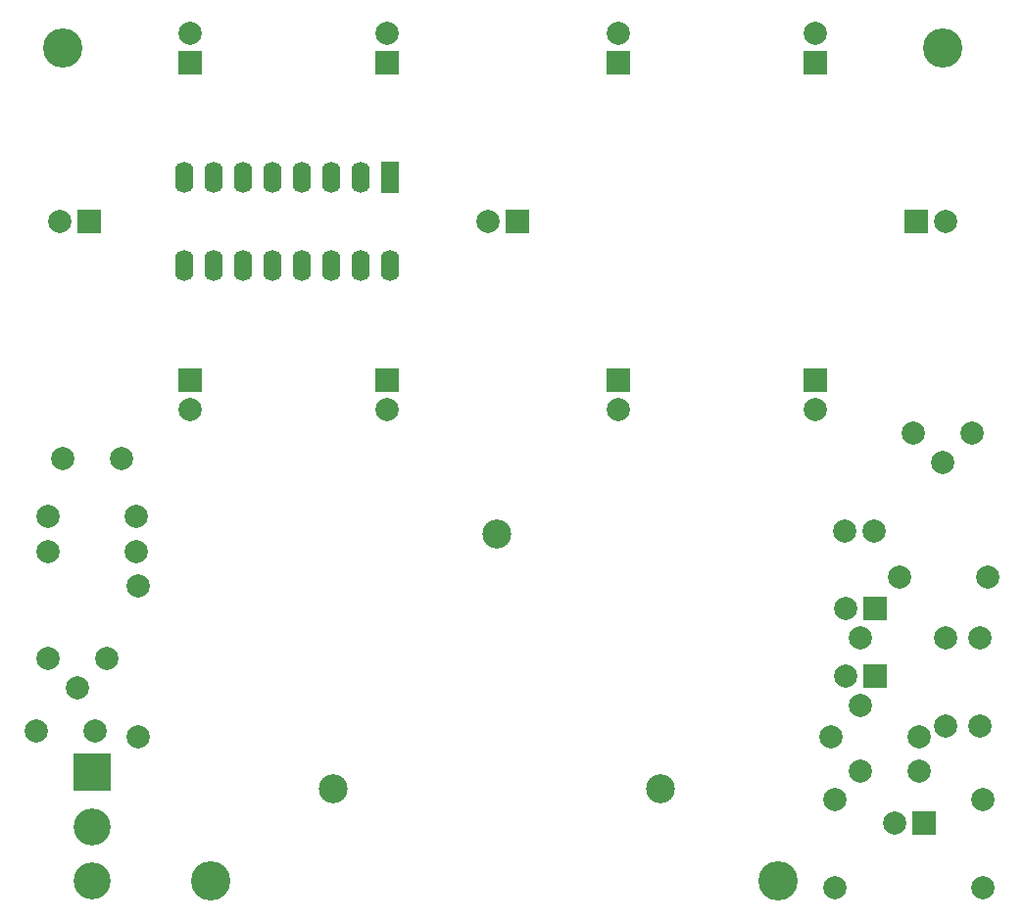
<source format=gts>
G04*
G04 #@! TF.GenerationSoftware,Altium Limited,Altium Designer,22.1.2 (22)*
G04*
G04 Layer_Color=8388736*
%FSLAX25Y25*%
%MOIN*%
G70*
G04*
G04 #@! TF.SameCoordinates,0AB73392-B4F8-4B41-AFD0-4ADCA8AC720B*
G04*
G04*
G04 #@! TF.FilePolarity,Negative*
G04*
G01*
G75*
%ADD14R,0.07874X0.07874*%
%ADD15C,0.07874*%
%ADD16R,0.07874X0.07874*%
%ADD17R,0.12598X0.12598*%
%ADD18C,0.12598*%
%ADD19C,0.13386*%
%ADD20C,0.09843*%
%ADD21R,0.06299X0.10630*%
%ADD22O,0.06299X0.10630*%
D14*
X135827Y294213D02*
D03*
Y186102D02*
D03*
X214567Y294213D02*
D03*
Y186102D02*
D03*
X281496D02*
D03*
X68898D02*
D03*
X281496Y294213D02*
D03*
X68898D02*
D03*
X318386Y35433D02*
D03*
X301850Y108543D02*
D03*
Y85709D02*
D03*
D15*
X135827Y304213D02*
D03*
Y176102D02*
D03*
X214567Y304213D02*
D03*
Y176102D02*
D03*
X325866Y240158D02*
D03*
X170197Y240158D02*
D03*
X281496Y176102D02*
D03*
X68898D02*
D03*
X24528Y240158D02*
D03*
X281496Y304213D02*
D03*
X338583Y13740D02*
D03*
Y43740D02*
D03*
X36417Y66929D02*
D03*
X16417D02*
D03*
X316929Y64961D02*
D03*
X286929D02*
D03*
X25433Y159449D02*
D03*
X45433D02*
D03*
X337598Y68425D02*
D03*
Y98425D02*
D03*
X288189Y43740D02*
D03*
Y13740D02*
D03*
X324803Y158307D02*
D03*
X314803Y168307D02*
D03*
X334803D02*
D03*
X51181Y116142D02*
D03*
Y64961D02*
D03*
X340197Y119193D02*
D03*
X310197D02*
D03*
X20433Y127953D02*
D03*
X50433D02*
D03*
Y139764D02*
D03*
X20433D02*
D03*
X291457Y135039D02*
D03*
X301457D02*
D03*
X68898Y304213D02*
D03*
X308386Y35433D02*
D03*
X291850Y108543D02*
D03*
X296850Y98543D02*
D03*
X325787Y98425D02*
D03*
Y68425D02*
D03*
X296929Y53150D02*
D03*
X316929D02*
D03*
X296850Y75709D02*
D03*
X291850Y85709D02*
D03*
X40512Y91535D02*
D03*
X20512D02*
D03*
X30512Y81535D02*
D03*
D16*
X315866Y240158D02*
D03*
X180197Y240158D02*
D03*
X34528Y240158D02*
D03*
D17*
X35433Y52756D02*
D03*
D18*
Y34252D02*
D03*
Y15748D02*
D03*
D19*
X268898D02*
D03*
X75984D02*
D03*
X25591Y299213D02*
D03*
X324803D02*
D03*
D20*
X117520Y47244D02*
D03*
X228937D02*
D03*
X173228Y133858D02*
D03*
D21*
X136969Y255157D02*
D03*
D22*
X126969D02*
D03*
X116969D02*
D03*
X106968D02*
D03*
X96969D02*
D03*
X86968D02*
D03*
X76968D02*
D03*
X66969D02*
D03*
X136969Y225157D02*
D03*
X126969D02*
D03*
X116969D02*
D03*
X106968D02*
D03*
X96969D02*
D03*
X86968D02*
D03*
X76968D02*
D03*
X66969D02*
D03*
M02*

</source>
